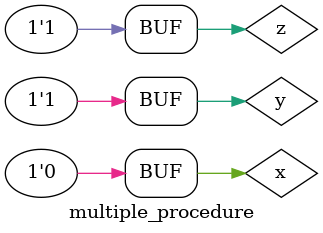
<source format=v>

module multiple_procedure();

  reg x = 1'b0; //1 bit variable with the value 0
  reg y = 1'b1; //1 bit variable with the value 1
  reg z ; //store result from x and y

  //A procedure Example
  always @(z) begin
    $display("\n\t x=%b, y=%b, z=%b", x,y,z);
  end

  //Another procedure Examples
  initial begin
    #2; //wait 2 times unit
    z = x^y; //bit-wise XOR between the 1 bit variables x and y
    #10; //wait 10 times units
    y = 0; //change the value of y
    z = x | y; // bit-wise OR between the 1 bit variables x and y
    #10; //wait 10
    z = ~z; //bit-wise NOT of the variable z
    #10; //wait 10
  end

endmodule
</source>
